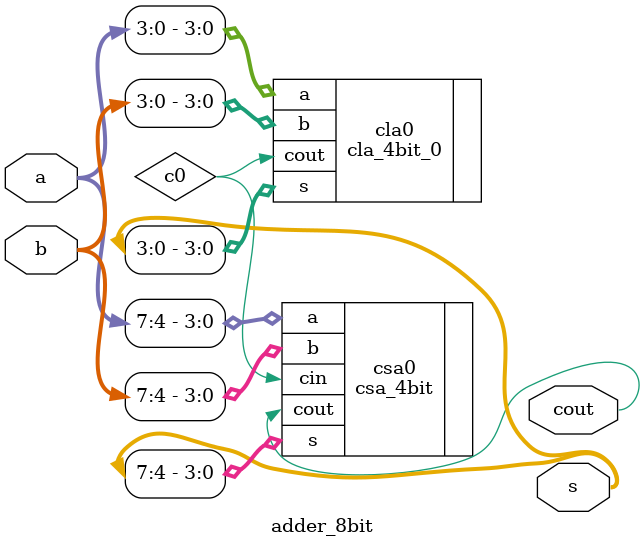
<source format=v>
module adder_8bit (
	input [7:0]a,b,
	output cout,
	output [7:0]s
	);

cla_4bit_0 cla0(.a(a[3:0]),.b(b[3:0]),.s(s[3:0]),.cout(c0));
csa_4bit csa0(.a(a[7:4]),.b(b[7:4]),.cin(c0),.s(s[7:4]),.cout(cout));

endmodule 
</source>
